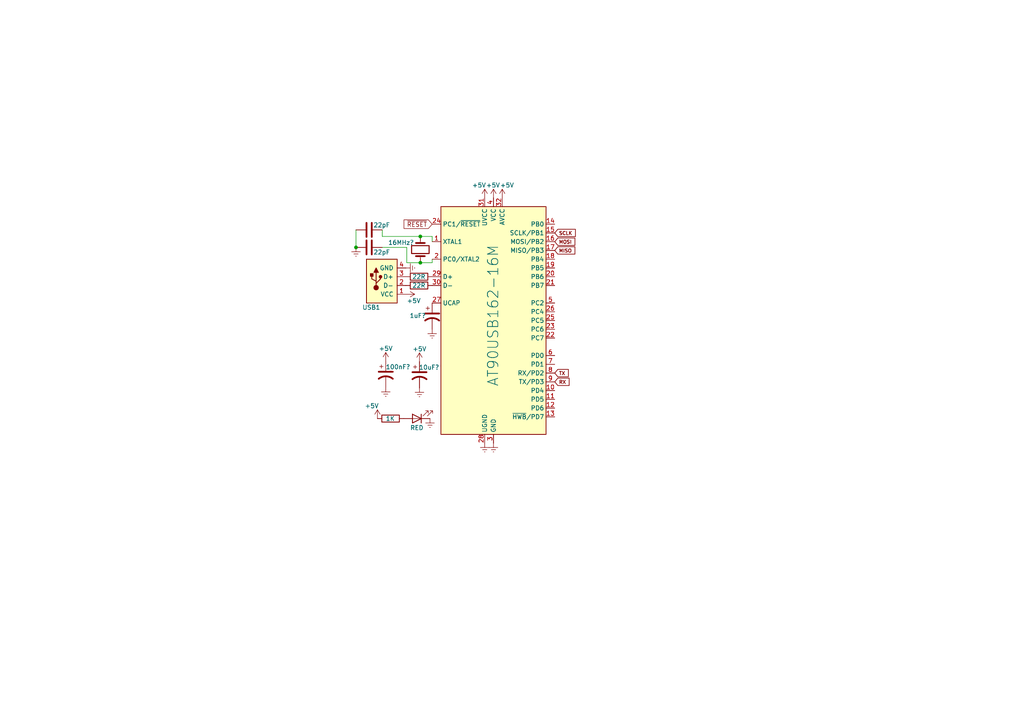
<source format=kicad_sch>
(kicad_sch (version 20211123) (generator eeschema)
  (paper "A4")
  (lib_symbols
    (symbol "Connector:USB_A" (pin_names (offset 1.016))
      (property "Value" "USB" (at 2.54 6.35 0))
      (symbol "USB_A_0_1"
        (rectangle (start -3.81 5.08) (end 5.08 -7.62) (stroke (width 0.254)) (fill (type background)))
        (rectangle (start -1.905 -3.429) (end -2.667 -2.667) (stroke (width 0.254)) (fill (type outline)))
        (circle (center -1.016 0.635) (radius 0.635) (stroke (width 0.254)) (fill (type outline)))
        (polyline (pts (xy -1.016 -0.635) (xy -1.016 -1.27) (xy -2.286 -1.905) (xy -2.286 -3.175)) (stroke (width 0.254)))
        (polyline (pts (xy -1.016 0) (xy -1.016 -0.635) (xy 0.254 -1.905) (xy 0.254 -2.54)) (stroke (width 0.254)))
        (polyline (pts (xy -0.381 -3.81) (xy -1.651 -3.81) (xy -1.016 -5.08) (xy -0.381 -3.81)) (stroke (width 0.254)) (fill (type outline)))
        (circle (center 0.254 -2.54) (radius 0.381) (stroke (width 0.254)) (fill (type outline)))
      )
      (symbol "USB_A_1_1"
        (polyline (pts (xy -1.016 -1.27) (xy -1.016 -3.81)) (stroke (width 0.254)))
        (pin power_in line (at 7.62 2.54 180) (length 2.54) (name "VCC") (number "1"))
        (pin bidirectional line (at 7.62 0 180) (length 2.54) (name "D-") (number "2"))
        (pin bidirectional line (at 7.62 -2.54 180) (length 2.54) (name "D+") (number "3"))
        (pin power_in line (at 7.62 -5.08 180) (length 2.54) (name "GND") (number "4"))
      )
    )
    (symbol "Device:C" (pin_numbers hide) (pin_names (offset 0.254))
      (property "Reference" "C" (at 0.635 2.54 0))
      (property "Value" "C" (at 0.635 -2.54 0))
      (symbol "C_0_1"
        (polyline (pts (xy -2.032 -0.762) (xy 2.032 -0.762)) (stroke (width 0.508)))
        (polyline (pts (xy -2.032 0.762) (xy 2.032 0.762)) (stroke (width 0.508)))
      )
      (symbol "C_1_1"
        (pin passive line (at 0 3.81 270) (length 2.794) (name "~") (number "1"))
        (pin passive line (at 0 -3.81 90) (length 2.794) (name "~") (number "2"))
      )
    )
    (symbol "Device:C_Polarized_US" (pin_numbers hide) (pin_names (offset 0.254) hide)
      (property "Reference" "C" (at 0.635 2.54 0))
      (property "Value" "C_Polarized_US" (at 0.635 -2.54 0))
      (symbol "C_Polarized_US_0_1"
        (polyline (pts (xy -2.032 0.762) (xy 2.032 0.762)) (stroke (width 0.508)))
        (polyline (pts (xy -1.778 2.286) (xy -0.762 2.286)))
        (polyline (pts (xy -1.27 1.778) (xy -1.27 2.794)))
        (arc (start 2.032 -1.27) (mid 0 -0.5572) (end -2.032 -1.27) (stroke (width 0.508)))
      )
      (symbol "C_Polarized_US_1_1"
        (pin passive line (at 0 3.81 270) (length 2.794) (name "~") (number "1"))
        (pin passive line (at 0 -3.81 90) (length 3.302) (name "~") (number "2"))
      )
    )
    (symbol "Device:Crystal" (pin_numbers hide) (pin_names (offset 1.016) hide)
      (property "Reference" "Y" (at 0 3.81 0))
      (property "Value" "Crystal" (at 0 -3.81 0))
      (symbol "Crystal_0_1"
        (rectangle (start -1.143 2.54) (end 1.143 -2.54) (stroke (width 0.3048)))
        (polyline (pts (xy -2.54 0) (xy -1.905 0)))
        (polyline (pts (xy -1.905 -1.27) (xy -1.905 1.27)) (stroke (width 0.508)))
        (polyline (pts (xy 1.905 -1.27) (xy 1.905 1.27)) (stroke (width 0.508)))
        (polyline (pts (xy 2.54 0) (xy 1.905 0)))
      )
      (symbol "Crystal_1_1"
        (pin passive line (at -3.81 0 0) (length 1.27) (name "1") (number "1"))
        (pin passive line (at 3.81 0 180) (length 1.27) (name "2") (number "2"))
      )
    )
    (symbol "Device:LED" (pin_numbers hide) (pin_names (offset 1.016) hide)
      (property "Reference" "D" (at 0 2.54 0))
      (property "Value" "LED" (at 0 -2.54 0))
      (symbol "LED_0_1"
        (polyline (pts (xy -1.27 -1.27) (xy -1.27 1.27)) (stroke (width 0.254)))
        (polyline (pts (xy -1.27 0) (xy 1.27 0)))
        (polyline (pts (xy 1.27 -1.27) (xy 1.27 1.27) (xy -1.27 0) (xy 1.27 -1.27)) (stroke (width 0.254)))
        (polyline (pts (xy -3.048 -0.762) (xy -4.572 -2.286) (xy -3.81 -2.286) (xy -4.572 -2.286) (xy -4.572 -1.524)))
        (polyline (pts (xy -1.778 -0.762) (xy -3.302 -2.286) (xy -2.54 -2.286) (xy -3.302 -2.286) (xy -3.302 -1.524)))
      )
      (symbol "LED_1_1"
        (pin passive line (at -3.81 0 0) (length 2.54) (name "K") (number "1"))
        (pin passive line (at 3.81 0 180) (length 2.54) (name "A") (number "2"))
      )
    )
    (symbol "Device:R" (pin_numbers hide) (pin_names (offset 0))
      (property "Reference" "R" (at 2.032 0 90))
      (property "Value" "R" (at 0 0 90))
      (symbol "R_0_1"
        (rectangle (start -1.016 -2.54) (end 1.016 2.54) (stroke (width 0.254)))
      )
      (symbol "R_1_1"
        (pin passive line (at 0 3.81 270) (length 1.27) (name "~") (number "1"))
        (pin passive line (at 0 -3.81 90) (length 1.27) (name "~") (number "2"))
      )
    )
    (symbol "MCU_Microchip_AVR:AT90USB162-16M"
      (property "Value" "AT90USB162-16M" (at 0 -7.874 90))
      (symbol "AT90USB162-16M_0_1"
        (rectangle (start -15.24 -33.02) (end 15.24 33.02) (stroke (width 0.254)) (fill (type background)))
      )
      (symbol "AT90USB162-16M_1_1"
        (pin input line (at -17.78 22.86 0) (length 2.54) (name "XTAL1") (number "1"))
        (pin bidirectional line (at 17.78 -20.32 180) (length 2.54) (name "PD4") (number "10"))
        (pin bidirectional line (at 17.78 -22.86 180) (length 2.54) (name "PD5") (number "11"))
        (pin bidirectional line (at 17.78 -25.4 180) (length 2.54) (name "PD6") (number "12"))
        (pin bidirectional line (at 17.78 -27.94 180) (length 2.54) (name "~{HWB}/PD7") (number "13"))
        (pin bidirectional line (at 17.78 27.94 180) (length 2.54) (name "PB0") (number "14"))
        (pin bidirectional line (at 17.78 25.4 180) (length 2.54) (name "SCLK/PB1") (number "15"))
        (pin bidirectional line (at 17.78 22.86 180) (length 2.54) (name "MOSI/PB2") (number "16"))
        (pin bidirectional line (at 17.78 20.32 180) (length 2.54) (name "MISO/PB3") (number "17"))
        (pin bidirectional line (at 17.78 17.78 180) (length 2.54) (name "PB4") (number "18"))
        (pin bidirectional line (at 17.78 15.24 180) (length 2.54) (name "PB5") (number "19"))
        (pin bidirectional line (at -17.78 17.78 0) (length 2.54) (name "PC0/XTAL2") (number "2"))
        (pin bidirectional line (at 17.78 12.7 180) (length 2.54) (name "PB6") (number "20"))
        (pin bidirectional line (at 17.78 10.16 180) (length 2.54) (name "PB7") (number "21"))
        (pin bidirectional line (at 17.78 -5.08 180) (length 2.54) (name "PC7") (number "22"))
        (pin bidirectional line (at 17.78 -2.54 180) (length 2.54) (name "PC6") (number "23"))
        (pin bidirectional line (at -17.78 27.94 0) (length 2.54) (name "PC1/~{RESET}") (number "24"))
        (pin bidirectional line (at 17.78 0 180) (length 2.54) (name "PC5") (number "25"))
        (pin bidirectional line (at 17.78 2.54 180) (length 2.54) (name "PC4") (number "26"))
        (pin passive line (at -17.78 5.08 0) (length 2.54) (name "UCAP") (number "27"))
        (pin power_in line (at -2.54 -35.56 90) (length 2.54) (name "UGND") (number "28"))
        (pin bidirectional line (at -17.78 12.7 0) (length 2.54) (name "D+") (number "29"))
        (pin power_in line (at 0 -35.56 90) (length 2.54) (name "GND") (number "3"))
        (pin bidirectional line (at -17.78 10.16 0) (length 2.54) (name "D-") (number "30"))
        (pin power_in line (at -2.54 35.56 270) (length 2.54) (name "UVCC") (number "31"))
        (pin power_in line (at 2.54 35.56 270) (length 2.54) (name "AVCC") (number "32"))
        (pin passive line (at 0 -35.56 90) (length 2.54) hide (name "GND") (number "33"))
        (pin power_in line (at 0 35.56 270) (length 2.54) (name "VCC") (number "4"))
        (pin bidirectional line (at 17.78 5.08 180) (length 2.54) (name "PC2") (number "5"))
        (pin bidirectional line (at 17.78 -10.16 180) (length 2.54) (name "PD0") (number "6"))
        (pin bidirectional line (at 17.78 -12.7 180) (length 2.54) (name "PD1") (number "7"))
        (pin bidirectional line (at 17.78 -15.24 180) (length 2.54) (name "RX/PD2") (number "8"))
        (pin bidirectional line (at 17.78 -17.78 180) (length 2.54) (name "TX/PD3") (number "9"))
      )
    )
    (symbol "power:+5V" (power) (pin_names (offset 0))
      (property "Value" "+5V" (at 0 3.556 0))
      (symbol "+5V_0_1"
        (polyline (pts (xy -0.762 1.27) (xy 0 2.54)))
        (polyline (pts (xy 0 0) (xy 0 2.54)))
        (polyline (pts (xy 0 2.54) (xy 0.762 1.27)))
      )
      (symbol "+5V_1_1"
        (pin power_in line (at 0 0 90) (length 0) hide (name "+5V") (number "1"))
      )
    )
    (symbol "power:Earth" (power) (pin_names (offset 0))
      (symbol "Earth_0_1"
        (polyline (pts (xy -0.635 -1.905) (xy 0.635 -1.905)))
        (polyline (pts (xy -0.127 -2.54) (xy 0.127 -2.54)))
        (polyline (pts (xy 0 -1.27) (xy 0 0)))
        (polyline (pts (xy 1.27 -1.27) (xy -1.27 -1.27)))
      )
      (symbol "Earth_1_1"
        (pin power_in line (at 0 0 270) (length 0) hide (name "Earth") (number "1"))
      )
    )
  )
  (junction (at 121.92 68.58))
  (junction (at 103.251 71.755))
  (junction (at 121.92 76.2))
  (wire (pts (xy 125.349 76.2) (xy 121.92 76.2)))
  (wire (pts (xy 125.349 75.184) (xy 125.349 76.2)))
  (wire (pts (xy 103.251 66.675) (xy 103.251 71.755)))
  (wire (pts (xy 110.871 71.755) (xy 117.983 71.755)))
  (wire (pts (xy 117.983 71.755) (xy 117.983 76.2)))
  (wire (pts (xy 121.92 68.58) (xy 125.349 68.58)))
  (wire (pts (xy 110.871 68.58) (xy 121.92 68.58)))
  (wire (pts (xy 117.983 76.2) (xy 121.92 76.2)))
  (wire (pts (xy 110.871 66.675) (xy 110.871 68.58)))
  (wire (pts (xy 125.349 68.58) (xy 125.349 70.104)))
  (global_label "RX" (shape input) (at 160.909 110.744 0) (effects (font (size 1 1) (thickness 0.2) bold)) (property "Intersheet References" "${INTERSHEET_REFS}" (effects hide)))
  (global_label "TX" (shape input) (at 160.909 108.204 0) (effects (font (size 1 1) (thickness 0.2) bold)) (property "Intersheet References" "${INTERSHEET_REFS}" (effects hide)))
  (global_label "MOSI" (shape input) (at 160.909 70.104 0) (effects (font (size 1 1) (thickness 0.2) bold)) (property "Intersheet References" "${INTERSHEET_REFS}" (effects hide)))
  (global_label "SCLK" (shape input) (at 160.909 67.564 0) (effects (font (size 1 1) (thickness 0.2) bold)) (property "Intersheet References" "${INTERSHEET_REFS}" (effects hide)))
  (global_label "~{RESET}" (shape input) (at 125.349 65.024 180) (property "Intersheet References" "${INTERSHEET_REFS}" (effects hide)))
  (global_label "MISO" (shape input) (at 160.909 72.644 0) (effects (font (size 1 1) (thickness 0.2) bold)) (property "Intersheet References" "${INTERSHEET_REFS}" (effects hide)))
  (symbol (lib_id "Connector:USB_A") (at 110.109 82.804 0) (mirror x) (unit 1)
    (property "Reference" "J?" (effects hide))
    (property "Value" "USB1" (at 107.696 89.154 0))
    (property "Datasheet" " ~" (effects hide))
  )
  (symbol (lib_id "Device:R") (at 121.539 82.804 90) (unit 1)
    (property "Reference" "R?" (effects hide))
    (property "Value" "22R" (at 123.444 82.804 90) (effects (justify left)))
  )
  (symbol (lib_id "power:Earth") (at 125.349 95.504 0) (mirror y) (unit 1)
    (property "Reference" "#PWR?" (effects hide))
    (property "Value" "Earth" (effects hide))
  )
  (symbol (lib_id "power:+5V") (at 143.129 57.404 0) (unit 1)
    (property "Reference" "#PWR?" (effects hide))
    (property "Value" "+5V" (at 143.002 53.721 0))
  )
  (symbol (lib_id "Device:C_Polarized_US") (at 121.666 108.712 0) (unit 1)
    (property "Reference" "10uF?" (at 124.46 106.553 0))
    (property "Value" "C_Polarized_US" (effects hide))
  )
  (symbol (lib_id "power:+5V") (at 111.887 104.775 0) (unit 1)
    (property "Reference" "#PWR?" (effects hide))
    (property "Value" "+5V" (at 111.887 101.092 0))
  )
  (symbol (lib_id "power:Earth") (at 111.887 112.395 0) (mirror y) (unit 1)
    (property "Reference" "#PWR?" (effects hide))
    (property "Value" "Earth" (effects hide))
  )
  (symbol (lib_id "power:Earth") (at 124.714 121.412 0) (unit 1)
    (property "Reference" "#PWR?" (effects hide))
    (property "Value" "Earth" (effects hide))
  )
  (symbol (lib_id "power:+5V") (at 140.589 57.404 0) (unit 1)
    (property "Reference" "#PWR?" (effects hide))
    (property "Value" "+5V" (at 138.938 53.721 0))
  )
  (symbol (lib_id "Device:C_Polarized_US") (at 125.349 91.694 0) (unit 1)
    (property "Reference" "1uF?" (at 121.158 91.567 0))
    (property "Value" "C_Polarized_US" (effects hide))
  )
  (symbol (lib_id "Device:LED") (at 120.904 121.412 180) (unit 1)
    (property "Reference" "D?" (effects hide))
    (property "Value" "RED" (at 120.904 124.079 0))
  )
  (symbol (lib_id "power:+5V") (at 145.669 57.404 0) (unit 1)
    (property "Reference" "#PWR?" (effects hide))
    (property "Value" "+5V" (at 147.066 53.721 0))
  )
  (symbol (lib_id "power:Earth") (at 143.129 128.524 0) (unit 1)
    (property "Reference" "#PWR?" (effects hide))
    (property "Value" "Earth" (effects hide))
  )
  (symbol (lib_id "power:Earth") (at 140.589 128.524 0) (unit 1)
    (property "Reference" "#PWR?" (effects hide))
    (property "Value" "Earth" (effects hide))
  )
  (symbol (lib_id "Device:C_Polarized_US") (at 111.887 108.585 0) (unit 1)
    (property "Reference" "100nF?" (at 115.443 106.426 0))
    (property "Value" "C_Polarized_US" (effects hide))
  )
  (symbol (lib_id "Device:Crystal") (at 121.92 72.39 90) (unit 1)
    (property "Reference" "16MHz?" (at 116.332 70.358 90))
    (property "Value" "Crystal" (effects hide))
  )
  (symbol (lib_id "Device:R") (at 121.539 80.264 90) (unit 1)
    (property "Reference" "R?" (effects hide))
    (property "Value" "22R" (at 123.444 80.264 90) (effects (justify left)))
  )
  (symbol (lib_id "power:Earth") (at 121.666 112.522 0) (mirror y) (unit 1)
    (property "Reference" "#PWR?" (effects hide))
    (property "Value" "Earth" (effects hide))
  )
  (symbol (lib_id "power:+5V") (at 117.729 85.344 270) (unit 1)
    (property "Reference" "#PWR?" (effects hide))
    (property "Value" "+5V" (at 120.015 87.249 90))
  )
  (symbol (lib_id "Device:R") (at 113.284 121.412 90) (unit 1)
    (property "Reference" "R?" (effects hide))
    (property "Value" "1K" (at 114.554 121.412 90) (effects (justify left)))
  )
  (symbol (lib_id "power:Earth") (at 103.251 71.755 0) (mirror y) (unit 1)
    (property "Reference" "#PWR?" (effects hide))
    (property "Value" "Earth" (effects hide))
  )
  (symbol (lib_id "power:Earth") (at 117.729 77.724 90) (unit 1)
    (property "Reference" "#PWRe?" (effects hide))
    (property "Value" "Earth" (effects hide))
  )
  (symbol (lib_id "power:+5V") (at 121.666 104.902 0) (unit 1)
    (property "Reference" "#PWR?" (effects hide))
    (property "Value" "+5V" (at 121.666 101.219 0))
  )
  (symbol (lib_id "Device:C") (at 107.061 71.755 90) (unit 1)
    (property "Reference" "C?" (effects hide))
    (property "Value" "22pF" (at 113.157 73.152 90) (effects (justify left)))
  )
  (symbol (lib_id "MCU_Microchip_AVR:AT90USB162-16M") (at 143.129 92.964 0) (unit 1)
    (property "Reference" "U?" (effects hide))
    (property "Value" "AT90USB162-16M" (at 143.002 112.268 90) (effects (font (size 3 3)) (justify left)))
    (property "Footprint" "Package_DFN_QFN:QFN-32-1EP_5x5mm_P0.5mm_EP3.6x3.6mm" (effects hide))
    (property "Datasheet" "http://ww1.microchip.com/downloads/en/DeviceDoc/doc7707.pdf" (effects hide))
  )
  (symbol (lib_id "Device:C") (at 107.061 66.675 90) (unit 1)
    (property "Reference" "C?" (effects hide))
    (property "Value" "22pF" (at 113.157 65.278 90) (effects (justify left)))
  )
  (symbol (lib_id "power:+5V") (at 109.474 121.412 0) (unit 1)
    (property "Reference" "#PWR?" (effects hide))
    (property "Value" "+5V" (at 107.823 117.729 0))
  )
)
</source>
